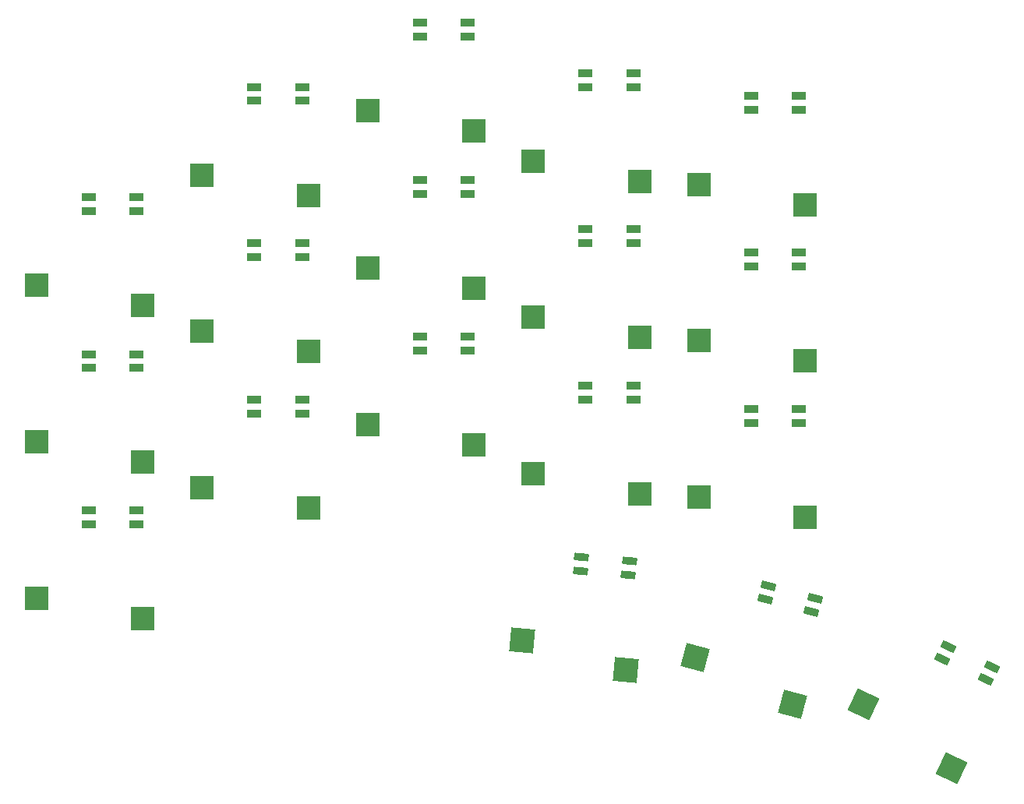
<source format=gbr>
%TF.GenerationSoftware,KiCad,Pcbnew,(6.0.0)*%
%TF.CreationDate,2022-04-19T03:34:00-07:00*%
%TF.ProjectId,half-swept,68616c66-2d73-4776-9570-742e6b696361,rev?*%
%TF.SameCoordinates,Original*%
%TF.FileFunction,Paste,Bot*%
%TF.FilePolarity,Positive*%
%FSLAX46Y46*%
G04 Gerber Fmt 4.6, Leading zero omitted, Abs format (unit mm)*
G04 Created by KiCad (PCBNEW (6.0.0)) date 2022-04-19 03:34:00*
%MOMM*%
%LPD*%
G01*
G04 APERTURE LIST*
G04 Aperture macros list*
%AMRoundRect*
0 Rectangle with rounded corners*
0 $1 Rounding radius*
0 $2 $3 $4 $5 $6 $7 $8 $9 X,Y pos of 4 corners*
0 Add a 4 corners polygon primitive as box body*
4,1,4,$2,$3,$4,$5,$6,$7,$8,$9,$2,$3,0*
0 Add four circle primitives for the rounded corners*
1,1,$1+$1,$2,$3*
1,1,$1+$1,$4,$5*
1,1,$1+$1,$6,$7*
1,1,$1+$1,$8,$9*
0 Add four rect primitives between the rounded corners*
20,1,$1+$1,$2,$3,$4,$5,0*
20,1,$1+$1,$4,$5,$6,$7,0*
20,1,$1+$1,$6,$7,$8,$9,0*
20,1,$1+$1,$8,$9,$2,$3,0*%
%AMRotRect*
0 Rectangle, with rotation*
0 The origin of the aperture is its center*
0 $1 length*
0 $2 width*
0 $3 Rotation angle, in degrees counterclockwise*
0 Add horizontal line*
21,1,$1,$2,0,0,$3*%
G04 Aperture macros list end*
%ADD10RotRect,2.600000X2.600000X345.000000*%
%ADD11RotRect,2.600000X2.600000X335.000000*%
%ADD12R,2.600000X2.600000*%
%ADD13RotRect,2.600000X2.600000X355.000000*%
%ADD14RoundRect,0.082000X-0.686681X0.389330X-0.743855X-0.264174X0.686681X-0.389330X0.743855X0.264174X0*%
%ADD15RoundRect,0.082000X-0.718000X0.328000X-0.718000X-0.328000X0.718000X-0.328000X0.718000X0.328000X0*%
%ADD16RoundRect,0.082000X-0.608642X0.502656X-0.778427X-0.130992X0.608642X-0.502656X0.778427X0.130992X0*%
%ADD17RoundRect,0.082000X-0.512110X0.600709X-0.789348X0.006171X0.512110X-0.600709X0.789348X-0.006171X0*%
G04 APERTURE END LIST*
D10*
%TO.C,SW21*%
X85820190Y-85383205D03*
X96407232Y-90497602D03*
%TD*%
D11*
%TO.C,SW20*%
X104099286Y-90504197D03*
X113637380Y-97379315D03*
%TD*%
D12*
%TO.C,SW18*%
X86182454Y-67960711D03*
X97732454Y-70160711D03*
%TD*%
%TO.C,SW17*%
X68208799Y-65420713D03*
X79758799Y-67620713D03*
%TD*%
%TO.C,SW16*%
X50208797Y-60086711D03*
X61758797Y-62286711D03*
%TD*%
%TO.C,SW15*%
X32208799Y-66944710D03*
X43758799Y-69144710D03*
%TD*%
%TO.C,SW14*%
X14208799Y-78952709D03*
X25758799Y-81152709D03*
%TD*%
%TO.C,SW12*%
X86188799Y-50942711D03*
X97738799Y-53142711D03*
%TD*%
%TO.C,SW11*%
X68208800Y-48402714D03*
X79758800Y-50602714D03*
%TD*%
%TO.C,SW10*%
X50208800Y-43068711D03*
X61758800Y-45268711D03*
%TD*%
%TO.C,SW9*%
X32208800Y-49926711D03*
X43758800Y-52126711D03*
%TD*%
%TO.C,SW8*%
X14208799Y-61952711D03*
X25758799Y-64152711D03*
%TD*%
%TO.C,SW6*%
X86208798Y-33952711D03*
X97758798Y-36152711D03*
%TD*%
%TO.C,SW5*%
X68208798Y-31452712D03*
X79758798Y-33652712D03*
%TD*%
%TO.C,SW4*%
X50208798Y-25952711D03*
X61758798Y-28152711D03*
%TD*%
%TO.C,SW3*%
X32208801Y-32952711D03*
X43758801Y-35152711D03*
%TD*%
%TO.C,SW2*%
X14208799Y-44952711D03*
X25758799Y-47152711D03*
%TD*%
D13*
%TO.C,SW1*%
X66963454Y-83517225D03*
X78277760Y-86715503D03*
%TD*%
D14*
%TO.C,D12*%
X73451811Y-74468289D03*
X73321077Y-75962581D03*
X78501290Y-76415791D03*
X78632023Y-74921499D03*
%TD*%
D15*
%TO.C,D16*%
X37883801Y-23372711D03*
X37883801Y-24872711D03*
X43083801Y-24872711D03*
X43083801Y-23372711D03*
%TD*%
%TO.C,D8*%
X55883797Y-50506711D03*
X55883797Y-52006711D03*
X61083797Y-52006711D03*
X61083797Y-50506711D03*
%TD*%
%TO.C,D2*%
X55883798Y-16372711D03*
X55883798Y-17872711D03*
X61083798Y-17872711D03*
X61083798Y-16372711D03*
%TD*%
D16*
%TO.C,D15*%
X93781306Y-77598434D03*
X93393077Y-79047323D03*
X98415892Y-80393182D03*
X98804120Y-78944293D03*
%TD*%
D15*
%TO.C,D11*%
X73883799Y-55840713D03*
X73883799Y-57340713D03*
X79083799Y-57340713D03*
X79083799Y-55840713D03*
%TD*%
%TO.C,D14*%
X73883800Y-38822714D03*
X73883800Y-40322714D03*
X79083800Y-40322714D03*
X79083800Y-38822714D03*
%TD*%
%TO.C,D10*%
X37883799Y-57364710D03*
X37883799Y-58864710D03*
X43083799Y-58864710D03*
X43083799Y-57364710D03*
%TD*%
%TO.C,D1*%
X19883799Y-35372711D03*
X19883799Y-36872711D03*
X25083799Y-36872711D03*
X25083799Y-35372711D03*
%TD*%
%TO.C,D9*%
X91863800Y-58380712D03*
X91863800Y-59880712D03*
X97063800Y-59880712D03*
X97063800Y-58380712D03*
%TD*%
%TO.C,D17*%
X73883798Y-21872712D03*
X73883798Y-23372712D03*
X79083798Y-23372712D03*
X79083798Y-21872712D03*
%TD*%
D17*
%TO.C,D18*%
X113291265Y-84220127D03*
X112657338Y-85579589D03*
X117370138Y-87777204D03*
X118004066Y-86417742D03*
%TD*%
D15*
%TO.C,D4*%
X19883797Y-52422712D03*
X19883797Y-53922712D03*
X25083797Y-53922712D03*
X25083797Y-52422712D03*
%TD*%
%TO.C,D3*%
X91883798Y-24372711D03*
X91883798Y-25872711D03*
X97083798Y-25872711D03*
X97083798Y-24372711D03*
%TD*%
%TO.C,D7*%
X19883799Y-69372709D03*
X19883799Y-70872709D03*
X25083799Y-70872709D03*
X25083799Y-69372709D03*
%TD*%
%TO.C,D5*%
X55883800Y-33488711D03*
X55883800Y-34988711D03*
X61083800Y-34988711D03*
X61083800Y-33488711D03*
%TD*%
%TO.C,D6*%
X91863799Y-41362711D03*
X91863799Y-42862711D03*
X97063799Y-42862711D03*
X97063799Y-41362711D03*
%TD*%
%TO.C,D13*%
X37883800Y-40346711D03*
X37883800Y-41846711D03*
X43083800Y-41846711D03*
X43083800Y-40346711D03*
%TD*%
M02*

</source>
